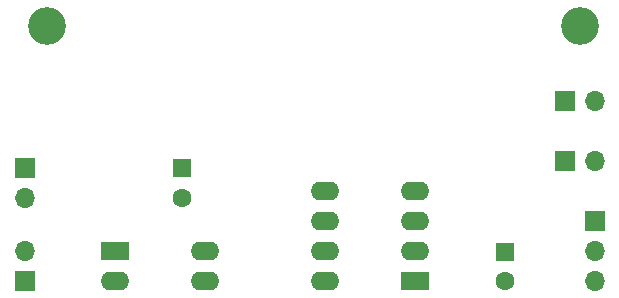
<source format=gbs>
G04 #@! TF.GenerationSoftware,KiCad,Pcbnew,(6.0.7-1)-1*
G04 #@! TF.CreationDate,2022-09-25T23:08:59-07:00*
G04 #@! TF.ProjectId,RCSMCtrl,5243534d-4374-4726-9c2e-6b696361645f,n/c*
G04 #@! TF.SameCoordinates,Original*
G04 #@! TF.FileFunction,Soldermask,Bot*
G04 #@! TF.FilePolarity,Negative*
%FSLAX46Y46*%
G04 Gerber Fmt 4.6, Leading zero omitted, Abs format (unit mm)*
G04 Created by KiCad (PCBNEW (6.0.7-1)-1) date 2022-09-25 23:08:59*
%MOMM*%
%LPD*%
G01*
G04 APERTURE LIST*
%ADD10R,1.700000X1.700000*%
%ADD11O,1.700000X1.700000*%
%ADD12R,1.600000X1.600000*%
%ADD13C,1.600000*%
%ADD14C,3.200000*%
%ADD15R,2.400000X1.600000*%
%ADD16O,2.400000X1.600000*%
G04 APERTURE END LIST*
D10*
X94615000Y-84450000D03*
D11*
X94615000Y-86990000D03*
D12*
X135255000Y-91527621D03*
D13*
X135255000Y-94027621D03*
D14*
X96520000Y-72390000D03*
D10*
X142875000Y-88915000D03*
D11*
X142875000Y-91455000D03*
X142875000Y-93995000D03*
D14*
X141605000Y-72390000D03*
D10*
X140330000Y-78740000D03*
D11*
X142870000Y-78740000D03*
D10*
X140330000Y-83820000D03*
D11*
X142870000Y-83820000D03*
D15*
X102220000Y-91435000D03*
D16*
X102220000Y-93975000D03*
X109840000Y-93975000D03*
X109840000Y-91435000D03*
D10*
X94615000Y-93980000D03*
D11*
X94615000Y-91440000D03*
D15*
X127650000Y-93970000D03*
D16*
X127650000Y-91430000D03*
X127650000Y-88890000D03*
X127650000Y-86350000D03*
X120030000Y-86350000D03*
X120030000Y-88890000D03*
X120030000Y-91430000D03*
X120030000Y-93970000D03*
D12*
X107950000Y-84455000D03*
D13*
X107950000Y-86955000D03*
M02*

</source>
